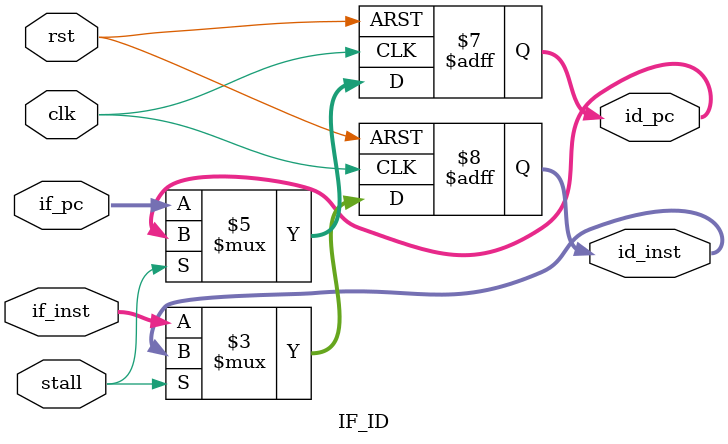
<source format=v>
module IF_ID
(
    input wire clk,
    input wire rst,

    input wire stall,
    input wire [31:0] if_pc,// 取指阶段指令地址
    input wire [31:0] if_inst,// 取指阶段指令

    output reg [31:0] id_pc,// 译码阶段指令对应地址
    output reg [31:0] id_inst// 译码阶段指令
);

    always @(posedge clk, posedge rst) begin
        if(rst) begin
            id_pc <= 32'b0;// 复位时候pc为0
            id_inst <= 32'b0;// 复位时候指令为0，即空指令
        end
        else if (!stall) begin
            id_pc <= if_pc;// 其余时刻向下传递取值阶段的值
            id_inst <= if_inst;
        end
    end

endmodule
</source>
